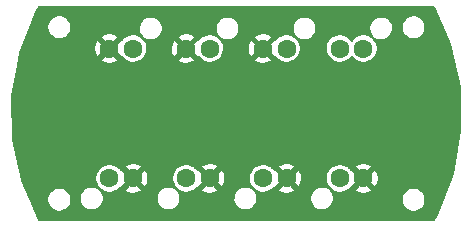
<source format=gtl>
G04 #@! TF.GenerationSoftware,KiCad,Pcbnew,no-vcs-found-d3b382c~59~ubuntu16.04.1*
G04 #@! TF.CreationDate,2017-07-28T01:41:28+01:00*
G04 #@! TF.ProjectId,m3top,6D33746F702E6B696361645F70636200,rev?*
G04 #@! TF.SameCoordinates,Original
G04 #@! TF.FileFunction,Copper,L1,Top,Signal*
G04 #@! TF.FilePolarity,Positive*
%FSLAX46Y46*%
G04 Gerber Fmt 4.6, Leading zero omitted, Abs format (unit mm)*
G04 Created by KiCad (PCBNEW no-vcs-found-d3b382c~59~ubuntu16.04.1) date Fri Jul 28 01:41:28 2017*
%MOMM*%
%LPD*%
G01*
G04 APERTURE LIST*
%ADD10C,1.600000*%
%ADD11C,0.800000*%
%ADD12C,0.200000*%
G04 APERTURE END LIST*
D10*
X108750000Y-105500000D03*
X110750000Y-105500000D03*
X102250000Y-94500000D03*
X104250000Y-94500000D03*
X110750000Y-94500000D03*
X108750000Y-94500000D03*
X102250000Y-105500000D03*
X104250000Y-105500000D03*
X97750000Y-105500000D03*
X95750000Y-105500000D03*
X89250000Y-105500000D03*
X91250000Y-105500000D03*
X89250000Y-94500000D03*
X91250000Y-94500000D03*
X97750000Y-94500000D03*
X95750000Y-94500000D03*
D11*
X86400000Y-91800000D03*
X83600000Y-91800000D03*
X86400000Y-108200000D03*
X83600000Y-108200000D03*
X113600000Y-108200000D03*
X116400000Y-108200000D03*
X116400000Y-91800000D03*
X113600000Y-91800000D03*
X105400000Y-96400000D03*
X107800000Y-96600000D03*
X103600000Y-97000000D03*
X94600000Y-103800000D03*
X107600000Y-104400000D03*
X101200000Y-103200000D03*
X107800000Y-92800000D03*
X99000000Y-97000000D03*
X92600000Y-98200000D03*
X97400000Y-98400000D03*
X92400000Y-103000000D03*
X94600000Y-100600000D03*
X83600000Y-93000000D03*
X86400000Y-93000000D03*
X86400000Y-107000000D03*
X83600000Y-107000000D03*
X116400000Y-107000000D03*
X113600000Y-107000000D03*
X116400000Y-93000000D03*
X113600000Y-93000000D03*
D12*
G36*
X118091428Y-94122614D02*
X118888470Y-97748526D01*
X118966056Y-101460197D01*
X118321231Y-105116242D01*
X116972262Y-108593641D01*
X116729612Y-109050000D01*
X83294487Y-109050000D01*
X82568938Y-107389083D01*
X83998685Y-107389083D01*
X84034087Y-107581971D01*
X84106280Y-107764310D01*
X84212514Y-107929154D01*
X84348744Y-108070223D01*
X84509780Y-108182146D01*
X84689488Y-108260659D01*
X84881023Y-108302770D01*
X85077090Y-108306877D01*
X85270221Y-108272823D01*
X85453059Y-108201905D01*
X85618641Y-108096824D01*
X85760658Y-107961583D01*
X85873702Y-107801332D01*
X85953468Y-107622176D01*
X85996916Y-107430940D01*
X85998966Y-107284083D01*
X86748685Y-107284083D01*
X86784087Y-107476971D01*
X86856280Y-107659310D01*
X86962514Y-107824154D01*
X87098744Y-107965223D01*
X87259780Y-108077146D01*
X87439488Y-108155659D01*
X87631023Y-108197770D01*
X87827090Y-108201877D01*
X88020221Y-108167823D01*
X88203059Y-108096905D01*
X88368641Y-107991824D01*
X88510658Y-107856583D01*
X88623702Y-107696332D01*
X88703468Y-107517176D01*
X88746916Y-107325940D01*
X88747500Y-107284083D01*
X93248685Y-107284083D01*
X93284087Y-107476971D01*
X93356280Y-107659310D01*
X93462514Y-107824154D01*
X93598744Y-107965223D01*
X93759780Y-108077146D01*
X93939488Y-108155659D01*
X94131023Y-108197770D01*
X94327090Y-108201877D01*
X94520221Y-108167823D01*
X94703059Y-108096905D01*
X94868641Y-107991824D01*
X95010658Y-107856583D01*
X95123702Y-107696332D01*
X95203468Y-107517176D01*
X95246916Y-107325940D01*
X95247500Y-107284083D01*
X99748685Y-107284083D01*
X99784087Y-107476971D01*
X99856280Y-107659310D01*
X99962514Y-107824154D01*
X100098744Y-107965223D01*
X100259780Y-108077146D01*
X100439488Y-108155659D01*
X100631023Y-108197770D01*
X100827090Y-108201877D01*
X101020221Y-108167823D01*
X101203059Y-108096905D01*
X101368641Y-107991824D01*
X101510658Y-107856583D01*
X101623702Y-107696332D01*
X101703468Y-107517176D01*
X101746916Y-107325940D01*
X101747500Y-107284083D01*
X106248685Y-107284083D01*
X106284087Y-107476971D01*
X106356280Y-107659310D01*
X106462514Y-107824154D01*
X106598744Y-107965223D01*
X106759780Y-108077146D01*
X106939488Y-108155659D01*
X107131023Y-108197770D01*
X107327090Y-108201877D01*
X107520221Y-108167823D01*
X107703059Y-108096905D01*
X107868641Y-107991824D01*
X108010658Y-107856583D01*
X108123702Y-107696332D01*
X108203468Y-107517176D01*
X108232570Y-107389083D01*
X113998685Y-107389083D01*
X114034087Y-107581971D01*
X114106280Y-107764310D01*
X114212514Y-107929154D01*
X114348744Y-108070223D01*
X114509780Y-108182146D01*
X114689488Y-108260659D01*
X114881023Y-108302770D01*
X115077090Y-108306877D01*
X115270221Y-108272823D01*
X115453059Y-108201905D01*
X115618641Y-108096824D01*
X115760658Y-107961583D01*
X115873702Y-107801332D01*
X115953468Y-107622176D01*
X115996916Y-107430940D01*
X116000043Y-107206945D01*
X115961952Y-107014570D01*
X115887220Y-106833257D01*
X115778694Y-106669912D01*
X115640508Y-106530758D01*
X115477926Y-106421095D01*
X115297139Y-106345099D01*
X115105034Y-106305666D01*
X114908929Y-106304297D01*
X114716292Y-106341044D01*
X114534462Y-106414508D01*
X114370364Y-106521891D01*
X114230249Y-106659102D01*
X114119453Y-106820915D01*
X114042197Y-107001167D01*
X114001423Y-107192992D01*
X113998685Y-107389083D01*
X108232570Y-107389083D01*
X108246916Y-107325940D01*
X108250043Y-107101945D01*
X108211952Y-106909570D01*
X108137220Y-106728257D01*
X108028694Y-106564912D01*
X107890508Y-106425758D01*
X107727926Y-106316095D01*
X107547139Y-106240099D01*
X107355034Y-106200666D01*
X107158929Y-106199297D01*
X106966292Y-106236044D01*
X106784462Y-106309508D01*
X106620364Y-106416891D01*
X106480249Y-106554102D01*
X106369453Y-106715915D01*
X106292197Y-106896167D01*
X106251423Y-107087992D01*
X106248685Y-107284083D01*
X101747500Y-107284083D01*
X101750043Y-107101945D01*
X101711952Y-106909570D01*
X101637220Y-106728257D01*
X101528694Y-106564912D01*
X101390508Y-106425758D01*
X101227926Y-106316095D01*
X101047139Y-106240099D01*
X100855034Y-106200666D01*
X100658929Y-106199297D01*
X100466292Y-106236044D01*
X100284462Y-106309508D01*
X100120364Y-106416891D01*
X99980249Y-106554102D01*
X99869453Y-106715915D01*
X99792197Y-106896167D01*
X99751423Y-107087992D01*
X99748685Y-107284083D01*
X95247500Y-107284083D01*
X95250043Y-107101945D01*
X95211952Y-106909570D01*
X95137220Y-106728257D01*
X95028694Y-106564912D01*
X94890508Y-106425758D01*
X94727926Y-106316095D01*
X94547139Y-106240099D01*
X94355034Y-106200666D01*
X94158929Y-106199297D01*
X93966292Y-106236044D01*
X93784462Y-106309508D01*
X93620364Y-106416891D01*
X93480249Y-106554102D01*
X93369453Y-106715915D01*
X93292197Y-106896167D01*
X93251423Y-107087992D01*
X93248685Y-107284083D01*
X88747500Y-107284083D01*
X88750043Y-107101945D01*
X88711952Y-106909570D01*
X88637220Y-106728257D01*
X88528694Y-106564912D01*
X88390508Y-106425758D01*
X88227926Y-106316095D01*
X88047139Y-106240099D01*
X87855034Y-106200666D01*
X87658929Y-106199297D01*
X87466292Y-106236044D01*
X87284462Y-106309508D01*
X87120364Y-106416891D01*
X86980249Y-106554102D01*
X86869453Y-106715915D01*
X86792197Y-106896167D01*
X86751423Y-107087992D01*
X86748685Y-107284083D01*
X85998966Y-107284083D01*
X86000043Y-107206945D01*
X85961952Y-107014570D01*
X85887220Y-106833257D01*
X85778694Y-106669912D01*
X85640508Y-106530758D01*
X85477926Y-106421095D01*
X85297139Y-106345099D01*
X85105034Y-106305666D01*
X84908929Y-106304297D01*
X84716292Y-106341044D01*
X84534462Y-106414508D01*
X84370364Y-106521891D01*
X84230249Y-106659102D01*
X84119453Y-106820915D01*
X84042197Y-107001167D01*
X84001423Y-107192992D01*
X83998685Y-107389083D01*
X82568938Y-107389083D01*
X81908572Y-105877386D01*
X81847796Y-105600899D01*
X88048423Y-105600899D01*
X88090905Y-105832365D01*
X88177536Y-106051171D01*
X88305018Y-106248984D01*
X88468493Y-106418267D01*
X88661736Y-106552575D01*
X88877385Y-106646790D01*
X89107228Y-106697324D01*
X89342508Y-106702252D01*
X89574265Y-106661387D01*
X89793671Y-106576285D01*
X89992368Y-106450188D01*
X90008733Y-106434603D01*
X90527529Y-106434603D01*
X90608613Y-106637988D01*
X90842948Y-106741250D01*
X91092925Y-106796812D01*
X91348939Y-106802538D01*
X91601150Y-106758208D01*
X91839867Y-106665526D01*
X91891387Y-106637988D01*
X91972471Y-106434603D01*
X91250000Y-105712132D01*
X90527529Y-106434603D01*
X90008733Y-106434603D01*
X90162789Y-106287898D01*
X90232310Y-106189346D01*
X90315397Y-106222471D01*
X91037868Y-105500000D01*
X91462132Y-105500000D01*
X92184603Y-106222471D01*
X92387988Y-106141387D01*
X92491250Y-105907052D01*
X92546812Y-105657075D01*
X92548068Y-105600899D01*
X94548423Y-105600899D01*
X94590905Y-105832365D01*
X94677536Y-106051171D01*
X94805018Y-106248984D01*
X94968493Y-106418267D01*
X95161736Y-106552575D01*
X95377385Y-106646790D01*
X95607228Y-106697324D01*
X95842508Y-106702252D01*
X96074265Y-106661387D01*
X96293671Y-106576285D01*
X96492368Y-106450188D01*
X96508733Y-106434603D01*
X97027529Y-106434603D01*
X97108613Y-106637988D01*
X97342948Y-106741250D01*
X97592925Y-106796812D01*
X97848939Y-106802538D01*
X98101150Y-106758208D01*
X98339867Y-106665526D01*
X98391387Y-106637988D01*
X98472471Y-106434603D01*
X97750000Y-105712132D01*
X97027529Y-106434603D01*
X96508733Y-106434603D01*
X96662789Y-106287898D01*
X96732310Y-106189346D01*
X96815397Y-106222471D01*
X97537868Y-105500000D01*
X97962132Y-105500000D01*
X98684603Y-106222471D01*
X98887988Y-106141387D01*
X98991250Y-105907052D01*
X99046812Y-105657075D01*
X99048068Y-105600899D01*
X101048423Y-105600899D01*
X101090905Y-105832365D01*
X101177536Y-106051171D01*
X101305018Y-106248984D01*
X101468493Y-106418267D01*
X101661736Y-106552575D01*
X101877385Y-106646790D01*
X102107228Y-106697324D01*
X102342508Y-106702252D01*
X102574265Y-106661387D01*
X102793671Y-106576285D01*
X102992368Y-106450188D01*
X103008733Y-106434603D01*
X103527529Y-106434603D01*
X103608613Y-106637988D01*
X103842948Y-106741250D01*
X104092925Y-106796812D01*
X104348939Y-106802538D01*
X104601150Y-106758208D01*
X104839867Y-106665526D01*
X104891387Y-106637988D01*
X104972471Y-106434603D01*
X104250000Y-105712132D01*
X103527529Y-106434603D01*
X103008733Y-106434603D01*
X103162789Y-106287898D01*
X103232310Y-106189346D01*
X103315397Y-106222471D01*
X104037868Y-105500000D01*
X104462132Y-105500000D01*
X105184603Y-106222471D01*
X105387988Y-106141387D01*
X105491250Y-105907052D01*
X105546812Y-105657075D01*
X105548068Y-105600899D01*
X107548423Y-105600899D01*
X107590905Y-105832365D01*
X107677536Y-106051171D01*
X107805018Y-106248984D01*
X107968493Y-106418267D01*
X108161736Y-106552575D01*
X108377385Y-106646790D01*
X108607228Y-106697324D01*
X108842508Y-106702252D01*
X109074265Y-106661387D01*
X109293671Y-106576285D01*
X109492368Y-106450188D01*
X109508733Y-106434603D01*
X110027529Y-106434603D01*
X110108613Y-106637988D01*
X110342948Y-106741250D01*
X110592925Y-106796812D01*
X110848939Y-106802538D01*
X111101150Y-106758208D01*
X111339867Y-106665526D01*
X111391387Y-106637988D01*
X111472471Y-106434603D01*
X110750000Y-105712132D01*
X110027529Y-106434603D01*
X109508733Y-106434603D01*
X109662789Y-106287898D01*
X109732310Y-106189346D01*
X109815397Y-106222471D01*
X110537868Y-105500000D01*
X110962132Y-105500000D01*
X111684603Y-106222471D01*
X111887988Y-106141387D01*
X111991250Y-105907052D01*
X112046812Y-105657075D01*
X112052538Y-105401061D01*
X112008208Y-105148850D01*
X111915526Y-104910133D01*
X111887988Y-104858613D01*
X111684603Y-104777529D01*
X110962132Y-105500000D01*
X110537868Y-105500000D01*
X109815397Y-104777529D01*
X109732677Y-104810507D01*
X109684433Y-104737895D01*
X109518610Y-104570911D01*
X109510436Y-104565397D01*
X110027529Y-104565397D01*
X110750000Y-105287868D01*
X111472471Y-104565397D01*
X111391387Y-104362012D01*
X111157052Y-104258750D01*
X110907075Y-104203188D01*
X110651061Y-104197462D01*
X110398850Y-104241792D01*
X110160133Y-104334474D01*
X110108613Y-104362012D01*
X110027529Y-104565397D01*
X109510436Y-104565397D01*
X109323511Y-104439314D01*
X109106567Y-104348120D01*
X108876041Y-104300800D01*
X108640715Y-104299157D01*
X108409551Y-104343253D01*
X108191355Y-104431410D01*
X107994437Y-104560270D01*
X107826299Y-104724923D01*
X107693344Y-104919099D01*
X107600637Y-105135401D01*
X107551709Y-105365590D01*
X107548423Y-105600899D01*
X105548068Y-105600899D01*
X105552538Y-105401061D01*
X105508208Y-105148850D01*
X105415526Y-104910133D01*
X105387988Y-104858613D01*
X105184603Y-104777529D01*
X104462132Y-105500000D01*
X104037868Y-105500000D01*
X103315397Y-104777529D01*
X103232677Y-104810507D01*
X103184433Y-104737895D01*
X103018610Y-104570911D01*
X103010436Y-104565397D01*
X103527529Y-104565397D01*
X104250000Y-105287868D01*
X104972471Y-104565397D01*
X104891387Y-104362012D01*
X104657052Y-104258750D01*
X104407075Y-104203188D01*
X104151061Y-104197462D01*
X103898850Y-104241792D01*
X103660133Y-104334474D01*
X103608613Y-104362012D01*
X103527529Y-104565397D01*
X103010436Y-104565397D01*
X102823511Y-104439314D01*
X102606567Y-104348120D01*
X102376041Y-104300800D01*
X102140715Y-104299157D01*
X101909551Y-104343253D01*
X101691355Y-104431410D01*
X101494437Y-104560270D01*
X101326299Y-104724923D01*
X101193344Y-104919099D01*
X101100637Y-105135401D01*
X101051709Y-105365590D01*
X101048423Y-105600899D01*
X99048068Y-105600899D01*
X99052538Y-105401061D01*
X99008208Y-105148850D01*
X98915526Y-104910133D01*
X98887988Y-104858613D01*
X98684603Y-104777529D01*
X97962132Y-105500000D01*
X97537868Y-105500000D01*
X96815397Y-104777529D01*
X96732677Y-104810507D01*
X96684433Y-104737895D01*
X96518610Y-104570911D01*
X96510436Y-104565397D01*
X97027529Y-104565397D01*
X97750000Y-105287868D01*
X98472471Y-104565397D01*
X98391387Y-104362012D01*
X98157052Y-104258750D01*
X97907075Y-104203188D01*
X97651061Y-104197462D01*
X97398850Y-104241792D01*
X97160133Y-104334474D01*
X97108613Y-104362012D01*
X97027529Y-104565397D01*
X96510436Y-104565397D01*
X96323511Y-104439314D01*
X96106567Y-104348120D01*
X95876041Y-104300800D01*
X95640715Y-104299157D01*
X95409551Y-104343253D01*
X95191355Y-104431410D01*
X94994437Y-104560270D01*
X94826299Y-104724923D01*
X94693344Y-104919099D01*
X94600637Y-105135401D01*
X94551709Y-105365590D01*
X94548423Y-105600899D01*
X92548068Y-105600899D01*
X92552538Y-105401061D01*
X92508208Y-105148850D01*
X92415526Y-104910133D01*
X92387988Y-104858613D01*
X92184603Y-104777529D01*
X91462132Y-105500000D01*
X91037868Y-105500000D01*
X90315397Y-104777529D01*
X90232677Y-104810507D01*
X90184433Y-104737895D01*
X90018610Y-104570911D01*
X90010436Y-104565397D01*
X90527529Y-104565397D01*
X91250000Y-105287868D01*
X91972471Y-104565397D01*
X91891387Y-104362012D01*
X91657052Y-104258750D01*
X91407075Y-104203188D01*
X91151061Y-104197462D01*
X90898850Y-104241792D01*
X90660133Y-104334474D01*
X90608613Y-104362012D01*
X90527529Y-104565397D01*
X90010436Y-104565397D01*
X89823511Y-104439314D01*
X89606567Y-104348120D01*
X89376041Y-104300800D01*
X89140715Y-104299157D01*
X88909551Y-104343253D01*
X88691355Y-104431410D01*
X88494437Y-104560270D01*
X88326299Y-104724923D01*
X88193344Y-104919099D01*
X88100637Y-105135401D01*
X88051709Y-105365590D01*
X88048423Y-105600899D01*
X81847796Y-105600899D01*
X81111530Y-102251473D01*
X81033944Y-98539803D01*
X81581614Y-95434603D01*
X88527529Y-95434603D01*
X88608613Y-95637988D01*
X88842948Y-95741250D01*
X89092925Y-95796812D01*
X89348939Y-95802538D01*
X89601150Y-95758208D01*
X89839867Y-95665526D01*
X89891387Y-95637988D01*
X89972471Y-95434603D01*
X89250000Y-94712132D01*
X88527529Y-95434603D01*
X81581614Y-95434603D01*
X81678769Y-94883755D01*
X81789256Y-94598939D01*
X87947462Y-94598939D01*
X87991792Y-94851150D01*
X88084474Y-95089867D01*
X88112012Y-95141387D01*
X88315397Y-95222471D01*
X89037868Y-94500000D01*
X89462132Y-94500000D01*
X90184603Y-95222471D01*
X90266810Y-95189697D01*
X90305018Y-95248984D01*
X90468493Y-95418267D01*
X90661736Y-95552575D01*
X90877385Y-95646790D01*
X91107228Y-95697324D01*
X91342508Y-95702252D01*
X91574265Y-95661387D01*
X91793671Y-95576285D01*
X91992368Y-95450188D01*
X92008733Y-95434603D01*
X95027529Y-95434603D01*
X95108613Y-95637988D01*
X95342948Y-95741250D01*
X95592925Y-95796812D01*
X95848939Y-95802538D01*
X96101150Y-95758208D01*
X96339867Y-95665526D01*
X96391387Y-95637988D01*
X96472471Y-95434603D01*
X95750000Y-94712132D01*
X95027529Y-95434603D01*
X92008733Y-95434603D01*
X92162789Y-95287898D01*
X92298442Y-95095598D01*
X92394160Y-94880612D01*
X92446298Y-94651128D01*
X92447026Y-94598939D01*
X94447462Y-94598939D01*
X94491792Y-94851150D01*
X94584474Y-95089867D01*
X94612012Y-95141387D01*
X94815397Y-95222471D01*
X95537868Y-94500000D01*
X95962132Y-94500000D01*
X96684603Y-95222471D01*
X96766810Y-95189697D01*
X96805018Y-95248984D01*
X96968493Y-95418267D01*
X97161736Y-95552575D01*
X97377385Y-95646790D01*
X97607228Y-95697324D01*
X97842508Y-95702252D01*
X98074265Y-95661387D01*
X98293671Y-95576285D01*
X98492368Y-95450188D01*
X98508733Y-95434603D01*
X101527529Y-95434603D01*
X101608613Y-95637988D01*
X101842948Y-95741250D01*
X102092925Y-95796812D01*
X102348939Y-95802538D01*
X102601150Y-95758208D01*
X102839867Y-95665526D01*
X102891387Y-95637988D01*
X102972471Y-95434603D01*
X102250000Y-94712132D01*
X101527529Y-95434603D01*
X98508733Y-95434603D01*
X98662789Y-95287898D01*
X98798442Y-95095598D01*
X98894160Y-94880612D01*
X98946298Y-94651128D01*
X98947026Y-94598939D01*
X100947462Y-94598939D01*
X100991792Y-94851150D01*
X101084474Y-95089867D01*
X101112012Y-95141387D01*
X101315397Y-95222471D01*
X102037868Y-94500000D01*
X102462132Y-94500000D01*
X103184603Y-95222471D01*
X103266810Y-95189697D01*
X103305018Y-95248984D01*
X103468493Y-95418267D01*
X103661736Y-95552575D01*
X103877385Y-95646790D01*
X104107228Y-95697324D01*
X104342508Y-95702252D01*
X104574265Y-95661387D01*
X104793671Y-95576285D01*
X104992368Y-95450188D01*
X105162789Y-95287898D01*
X105298442Y-95095598D01*
X105394160Y-94880612D01*
X105446298Y-94651128D01*
X105446999Y-94600899D01*
X107548423Y-94600899D01*
X107590905Y-94832365D01*
X107677536Y-95051171D01*
X107805018Y-95248984D01*
X107968493Y-95418267D01*
X108161736Y-95552575D01*
X108377385Y-95646790D01*
X108607228Y-95697324D01*
X108842508Y-95702252D01*
X109074265Y-95661387D01*
X109293671Y-95576285D01*
X109492368Y-95450188D01*
X109662789Y-95287898D01*
X109750221Y-95163956D01*
X109805018Y-95248984D01*
X109968493Y-95418267D01*
X110161736Y-95552575D01*
X110377385Y-95646790D01*
X110607228Y-95697324D01*
X110842508Y-95702252D01*
X111074265Y-95661387D01*
X111293671Y-95576285D01*
X111492368Y-95450188D01*
X111662789Y-95287898D01*
X111798442Y-95095598D01*
X111894160Y-94880612D01*
X111946298Y-94651128D01*
X111950051Y-94382334D01*
X111904342Y-94151484D01*
X111814664Y-93933908D01*
X111684433Y-93737895D01*
X111518610Y-93570911D01*
X111323511Y-93439314D01*
X111106567Y-93348120D01*
X110876041Y-93300800D01*
X110640715Y-93299157D01*
X110409551Y-93343253D01*
X110191355Y-93431410D01*
X109994437Y-93560270D01*
X109826299Y-93724923D01*
X109749924Y-93836466D01*
X109684433Y-93737895D01*
X109518610Y-93570911D01*
X109323511Y-93439314D01*
X109106567Y-93348120D01*
X108876041Y-93300800D01*
X108640715Y-93299157D01*
X108409551Y-93343253D01*
X108191355Y-93431410D01*
X107994437Y-93560270D01*
X107826299Y-93724923D01*
X107693344Y-93919099D01*
X107600637Y-94135401D01*
X107551709Y-94365590D01*
X107548423Y-94600899D01*
X105446999Y-94600899D01*
X105450051Y-94382334D01*
X105404342Y-94151484D01*
X105314664Y-93933908D01*
X105184433Y-93737895D01*
X105018610Y-93570911D01*
X104823511Y-93439314D01*
X104606567Y-93348120D01*
X104376041Y-93300800D01*
X104140715Y-93299157D01*
X103909551Y-93343253D01*
X103691355Y-93431410D01*
X103494437Y-93560270D01*
X103326299Y-93724923D01*
X103267618Y-93810625D01*
X103184603Y-93777529D01*
X102462132Y-94500000D01*
X102037868Y-94500000D01*
X101315397Y-93777529D01*
X101112012Y-93858613D01*
X101008750Y-94092948D01*
X100953188Y-94342925D01*
X100947462Y-94598939D01*
X98947026Y-94598939D01*
X98950051Y-94382334D01*
X98904342Y-94151484D01*
X98814664Y-93933908D01*
X98684433Y-93737895D01*
X98518610Y-93570911D01*
X98323511Y-93439314D01*
X98106567Y-93348120D01*
X97876041Y-93300800D01*
X97640715Y-93299157D01*
X97409551Y-93343253D01*
X97191355Y-93431410D01*
X96994437Y-93560270D01*
X96826299Y-93724923D01*
X96767618Y-93810625D01*
X96684603Y-93777529D01*
X95962132Y-94500000D01*
X95537868Y-94500000D01*
X94815397Y-93777529D01*
X94612012Y-93858613D01*
X94508750Y-94092948D01*
X94453188Y-94342925D01*
X94447462Y-94598939D01*
X92447026Y-94598939D01*
X92450051Y-94382334D01*
X92404342Y-94151484D01*
X92314664Y-93933908D01*
X92184433Y-93737895D01*
X92018610Y-93570911D01*
X91823511Y-93439314D01*
X91606567Y-93348120D01*
X91376041Y-93300800D01*
X91140715Y-93299157D01*
X90909551Y-93343253D01*
X90691355Y-93431410D01*
X90494437Y-93560270D01*
X90326299Y-93724923D01*
X90267618Y-93810625D01*
X90184603Y-93777529D01*
X89462132Y-94500000D01*
X89037868Y-94500000D01*
X88315397Y-93777529D01*
X88112012Y-93858613D01*
X88008750Y-94092948D01*
X87953188Y-94342925D01*
X87947462Y-94598939D01*
X81789256Y-94598939D01*
X82495223Y-92779083D01*
X83998685Y-92779083D01*
X84034087Y-92971971D01*
X84106280Y-93154310D01*
X84212514Y-93319154D01*
X84348744Y-93460223D01*
X84509780Y-93572146D01*
X84689488Y-93650659D01*
X84881023Y-93692770D01*
X85077090Y-93696877D01*
X85270221Y-93662823D01*
X85453059Y-93591905D01*
X85494829Y-93565397D01*
X88527529Y-93565397D01*
X89250000Y-94287868D01*
X89972471Y-93565397D01*
X89891387Y-93362012D01*
X89657052Y-93258750D01*
X89407075Y-93203188D01*
X89151061Y-93197462D01*
X88898850Y-93241792D01*
X88660133Y-93334474D01*
X88608613Y-93362012D01*
X88527529Y-93565397D01*
X85494829Y-93565397D01*
X85618641Y-93486824D01*
X85760658Y-93351583D01*
X85873702Y-93191332D01*
X85953468Y-93012176D01*
X85982570Y-92884083D01*
X91748685Y-92884083D01*
X91784087Y-93076971D01*
X91856280Y-93259310D01*
X91962514Y-93424154D01*
X92098744Y-93565223D01*
X92259780Y-93677146D01*
X92439488Y-93755659D01*
X92631023Y-93797770D01*
X92827090Y-93801877D01*
X93020221Y-93767823D01*
X93203059Y-93696905D01*
X93368641Y-93591824D01*
X93396392Y-93565397D01*
X95027529Y-93565397D01*
X95750000Y-94287868D01*
X96472471Y-93565397D01*
X96391387Y-93362012D01*
X96157052Y-93258750D01*
X95907075Y-93203188D01*
X95651061Y-93197462D01*
X95398850Y-93241792D01*
X95160133Y-93334474D01*
X95108613Y-93362012D01*
X95027529Y-93565397D01*
X93396392Y-93565397D01*
X93510658Y-93456583D01*
X93623702Y-93296332D01*
X93703468Y-93117176D01*
X93746916Y-92925940D01*
X93747500Y-92884083D01*
X98248685Y-92884083D01*
X98284087Y-93076971D01*
X98356280Y-93259310D01*
X98462514Y-93424154D01*
X98598744Y-93565223D01*
X98759780Y-93677146D01*
X98939488Y-93755659D01*
X99131023Y-93797770D01*
X99327090Y-93801877D01*
X99520221Y-93767823D01*
X99703059Y-93696905D01*
X99868641Y-93591824D01*
X99896392Y-93565397D01*
X101527529Y-93565397D01*
X102250000Y-94287868D01*
X102972471Y-93565397D01*
X102891387Y-93362012D01*
X102657052Y-93258750D01*
X102407075Y-93203188D01*
X102151061Y-93197462D01*
X101898850Y-93241792D01*
X101660133Y-93334474D01*
X101608613Y-93362012D01*
X101527529Y-93565397D01*
X99896392Y-93565397D01*
X100010658Y-93456583D01*
X100123702Y-93296332D01*
X100203468Y-93117176D01*
X100246916Y-92925940D01*
X100247500Y-92884083D01*
X104748685Y-92884083D01*
X104784087Y-93076971D01*
X104856280Y-93259310D01*
X104962514Y-93424154D01*
X105098744Y-93565223D01*
X105259780Y-93677146D01*
X105439488Y-93755659D01*
X105631023Y-93797770D01*
X105827090Y-93801877D01*
X106020221Y-93767823D01*
X106203059Y-93696905D01*
X106368641Y-93591824D01*
X106510658Y-93456583D01*
X106623702Y-93296332D01*
X106703468Y-93117176D01*
X106746916Y-92925940D01*
X106747500Y-92884083D01*
X111248685Y-92884083D01*
X111284087Y-93076971D01*
X111356280Y-93259310D01*
X111462514Y-93424154D01*
X111598744Y-93565223D01*
X111759780Y-93677146D01*
X111939488Y-93755659D01*
X112131023Y-93797770D01*
X112327090Y-93801877D01*
X112520221Y-93767823D01*
X112703059Y-93696905D01*
X112868641Y-93591824D01*
X113010658Y-93456583D01*
X113123702Y-93296332D01*
X113203468Y-93117176D01*
X113246916Y-92925940D01*
X113248966Y-92779083D01*
X113998685Y-92779083D01*
X114034087Y-92971971D01*
X114106280Y-93154310D01*
X114212514Y-93319154D01*
X114348744Y-93460223D01*
X114509780Y-93572146D01*
X114689488Y-93650659D01*
X114881023Y-93692770D01*
X115077090Y-93696877D01*
X115270221Y-93662823D01*
X115453059Y-93591905D01*
X115618641Y-93486824D01*
X115760658Y-93351583D01*
X115873702Y-93191332D01*
X115953468Y-93012176D01*
X115996916Y-92820940D01*
X116000043Y-92596945D01*
X115961952Y-92404570D01*
X115887220Y-92223257D01*
X115778694Y-92059912D01*
X115640508Y-91920758D01*
X115477926Y-91811095D01*
X115297139Y-91735099D01*
X115105034Y-91695666D01*
X114908929Y-91694297D01*
X114716292Y-91731044D01*
X114534462Y-91804508D01*
X114370364Y-91911891D01*
X114230249Y-92049102D01*
X114119453Y-92210915D01*
X114042197Y-92391167D01*
X114001423Y-92582992D01*
X113998685Y-92779083D01*
X113248966Y-92779083D01*
X113250043Y-92701945D01*
X113211952Y-92509570D01*
X113137220Y-92328257D01*
X113028694Y-92164912D01*
X112890508Y-92025758D01*
X112727926Y-91916095D01*
X112547139Y-91840099D01*
X112355034Y-91800666D01*
X112158929Y-91799297D01*
X111966292Y-91836044D01*
X111784462Y-91909508D01*
X111620364Y-92016891D01*
X111480249Y-92154102D01*
X111369453Y-92315915D01*
X111292197Y-92496167D01*
X111251423Y-92687992D01*
X111248685Y-92884083D01*
X106747500Y-92884083D01*
X106750043Y-92701945D01*
X106711952Y-92509570D01*
X106637220Y-92328257D01*
X106528694Y-92164912D01*
X106390508Y-92025758D01*
X106227926Y-91916095D01*
X106047139Y-91840099D01*
X105855034Y-91800666D01*
X105658929Y-91799297D01*
X105466292Y-91836044D01*
X105284462Y-91909508D01*
X105120364Y-92016891D01*
X104980249Y-92154102D01*
X104869453Y-92315915D01*
X104792197Y-92496167D01*
X104751423Y-92687992D01*
X104748685Y-92884083D01*
X100247500Y-92884083D01*
X100250043Y-92701945D01*
X100211952Y-92509570D01*
X100137220Y-92328257D01*
X100028694Y-92164912D01*
X99890508Y-92025758D01*
X99727926Y-91916095D01*
X99547139Y-91840099D01*
X99355034Y-91800666D01*
X99158929Y-91799297D01*
X98966292Y-91836044D01*
X98784462Y-91909508D01*
X98620364Y-92016891D01*
X98480249Y-92154102D01*
X98369453Y-92315915D01*
X98292197Y-92496167D01*
X98251423Y-92687992D01*
X98248685Y-92884083D01*
X93747500Y-92884083D01*
X93750043Y-92701945D01*
X93711952Y-92509570D01*
X93637220Y-92328257D01*
X93528694Y-92164912D01*
X93390508Y-92025758D01*
X93227926Y-91916095D01*
X93047139Y-91840099D01*
X92855034Y-91800666D01*
X92658929Y-91799297D01*
X92466292Y-91836044D01*
X92284462Y-91909508D01*
X92120364Y-92016891D01*
X91980249Y-92154102D01*
X91869453Y-92315915D01*
X91792197Y-92496167D01*
X91751423Y-92687992D01*
X91748685Y-92884083D01*
X85982570Y-92884083D01*
X85996916Y-92820940D01*
X86000043Y-92596945D01*
X85961952Y-92404570D01*
X85887220Y-92223257D01*
X85778694Y-92059912D01*
X85640508Y-91920758D01*
X85477926Y-91811095D01*
X85297139Y-91735099D01*
X85105034Y-91695666D01*
X84908929Y-91694297D01*
X84716292Y-91731044D01*
X84534462Y-91804508D01*
X84370364Y-91911891D01*
X84230249Y-92049102D01*
X84119453Y-92210915D01*
X84042197Y-92391167D01*
X84001423Y-92582992D01*
X83998685Y-92779083D01*
X82495223Y-92779083D01*
X83027739Y-91406355D01*
X83270388Y-90950000D01*
X116705513Y-90950000D01*
X118091428Y-94122614D01*
X118091428Y-94122614D01*
G37*
X118091428Y-94122614D02*
X118888470Y-97748526D01*
X118966056Y-101460197D01*
X118321231Y-105116242D01*
X116972262Y-108593641D01*
X116729612Y-109050000D01*
X83294487Y-109050000D01*
X82568938Y-107389083D01*
X83998685Y-107389083D01*
X84034087Y-107581971D01*
X84106280Y-107764310D01*
X84212514Y-107929154D01*
X84348744Y-108070223D01*
X84509780Y-108182146D01*
X84689488Y-108260659D01*
X84881023Y-108302770D01*
X85077090Y-108306877D01*
X85270221Y-108272823D01*
X85453059Y-108201905D01*
X85618641Y-108096824D01*
X85760658Y-107961583D01*
X85873702Y-107801332D01*
X85953468Y-107622176D01*
X85996916Y-107430940D01*
X85998966Y-107284083D01*
X86748685Y-107284083D01*
X86784087Y-107476971D01*
X86856280Y-107659310D01*
X86962514Y-107824154D01*
X87098744Y-107965223D01*
X87259780Y-108077146D01*
X87439488Y-108155659D01*
X87631023Y-108197770D01*
X87827090Y-108201877D01*
X88020221Y-108167823D01*
X88203059Y-108096905D01*
X88368641Y-107991824D01*
X88510658Y-107856583D01*
X88623702Y-107696332D01*
X88703468Y-107517176D01*
X88746916Y-107325940D01*
X88747500Y-107284083D01*
X93248685Y-107284083D01*
X93284087Y-107476971D01*
X93356280Y-107659310D01*
X93462514Y-107824154D01*
X93598744Y-107965223D01*
X93759780Y-108077146D01*
X93939488Y-108155659D01*
X94131023Y-108197770D01*
X94327090Y-108201877D01*
X94520221Y-108167823D01*
X94703059Y-108096905D01*
X94868641Y-107991824D01*
X95010658Y-107856583D01*
X95123702Y-107696332D01*
X95203468Y-107517176D01*
X95246916Y-107325940D01*
X95247500Y-107284083D01*
X99748685Y-107284083D01*
X99784087Y-107476971D01*
X99856280Y-107659310D01*
X99962514Y-107824154D01*
X100098744Y-107965223D01*
X100259780Y-108077146D01*
X100439488Y-108155659D01*
X100631023Y-108197770D01*
X100827090Y-108201877D01*
X101020221Y-108167823D01*
X101203059Y-108096905D01*
X101368641Y-107991824D01*
X101510658Y-107856583D01*
X101623702Y-107696332D01*
X101703468Y-107517176D01*
X101746916Y-107325940D01*
X101747500Y-107284083D01*
X106248685Y-107284083D01*
X106284087Y-107476971D01*
X106356280Y-107659310D01*
X106462514Y-107824154D01*
X106598744Y-107965223D01*
X106759780Y-108077146D01*
X106939488Y-108155659D01*
X107131023Y-108197770D01*
X107327090Y-108201877D01*
X107520221Y-108167823D01*
X107703059Y-108096905D01*
X107868641Y-107991824D01*
X108010658Y-107856583D01*
X108123702Y-107696332D01*
X108203468Y-107517176D01*
X108232570Y-107389083D01*
X113998685Y-107389083D01*
X114034087Y-107581971D01*
X114106280Y-107764310D01*
X114212514Y-107929154D01*
X114348744Y-108070223D01*
X114509780Y-108182146D01*
X114689488Y-108260659D01*
X114881023Y-108302770D01*
X115077090Y-108306877D01*
X115270221Y-108272823D01*
X115453059Y-108201905D01*
X115618641Y-108096824D01*
X115760658Y-107961583D01*
X115873702Y-107801332D01*
X115953468Y-107622176D01*
X115996916Y-107430940D01*
X116000043Y-107206945D01*
X115961952Y-107014570D01*
X115887220Y-106833257D01*
X115778694Y-106669912D01*
X115640508Y-106530758D01*
X115477926Y-106421095D01*
X115297139Y-106345099D01*
X115105034Y-106305666D01*
X114908929Y-106304297D01*
X114716292Y-106341044D01*
X114534462Y-106414508D01*
X114370364Y-106521891D01*
X114230249Y-106659102D01*
X114119453Y-106820915D01*
X114042197Y-107001167D01*
X114001423Y-107192992D01*
X113998685Y-107389083D01*
X108232570Y-107389083D01*
X108246916Y-107325940D01*
X108250043Y-107101945D01*
X108211952Y-106909570D01*
X108137220Y-106728257D01*
X108028694Y-106564912D01*
X107890508Y-106425758D01*
X107727926Y-106316095D01*
X107547139Y-106240099D01*
X107355034Y-106200666D01*
X107158929Y-106199297D01*
X106966292Y-106236044D01*
X106784462Y-106309508D01*
X106620364Y-106416891D01*
X106480249Y-106554102D01*
X106369453Y-106715915D01*
X106292197Y-106896167D01*
X106251423Y-107087992D01*
X106248685Y-107284083D01*
X101747500Y-107284083D01*
X101750043Y-107101945D01*
X101711952Y-106909570D01*
X101637220Y-106728257D01*
X101528694Y-106564912D01*
X101390508Y-106425758D01*
X101227926Y-106316095D01*
X101047139Y-106240099D01*
X100855034Y-106200666D01*
X100658929Y-106199297D01*
X100466292Y-106236044D01*
X100284462Y-106309508D01*
X100120364Y-106416891D01*
X99980249Y-106554102D01*
X99869453Y-106715915D01*
X99792197Y-106896167D01*
X99751423Y-107087992D01*
X99748685Y-107284083D01*
X95247500Y-107284083D01*
X95250043Y-107101945D01*
X95211952Y-106909570D01*
X95137220Y-106728257D01*
X95028694Y-106564912D01*
X94890508Y-106425758D01*
X94727926Y-106316095D01*
X94547139Y-106240099D01*
X94355034Y-106200666D01*
X94158929Y-106199297D01*
X93966292Y-106236044D01*
X93784462Y-106309508D01*
X93620364Y-106416891D01*
X93480249Y-106554102D01*
X93369453Y-106715915D01*
X93292197Y-106896167D01*
X93251423Y-107087992D01*
X93248685Y-107284083D01*
X88747500Y-107284083D01*
X88750043Y-107101945D01*
X88711952Y-106909570D01*
X88637220Y-106728257D01*
X88528694Y-106564912D01*
X88390508Y-106425758D01*
X88227926Y-106316095D01*
X88047139Y-106240099D01*
X87855034Y-106200666D01*
X87658929Y-106199297D01*
X87466292Y-106236044D01*
X87284462Y-106309508D01*
X87120364Y-106416891D01*
X86980249Y-106554102D01*
X86869453Y-106715915D01*
X86792197Y-106896167D01*
X86751423Y-107087992D01*
X86748685Y-107284083D01*
X85998966Y-107284083D01*
X86000043Y-107206945D01*
X85961952Y-107014570D01*
X85887220Y-106833257D01*
X85778694Y-106669912D01*
X85640508Y-106530758D01*
X85477926Y-106421095D01*
X85297139Y-106345099D01*
X85105034Y-106305666D01*
X84908929Y-106304297D01*
X84716292Y-106341044D01*
X84534462Y-106414508D01*
X84370364Y-106521891D01*
X84230249Y-106659102D01*
X84119453Y-106820915D01*
X84042197Y-107001167D01*
X84001423Y-107192992D01*
X83998685Y-107389083D01*
X82568938Y-107389083D01*
X81908572Y-105877386D01*
X81847796Y-105600899D01*
X88048423Y-105600899D01*
X88090905Y-105832365D01*
X88177536Y-106051171D01*
X88305018Y-106248984D01*
X88468493Y-106418267D01*
X88661736Y-106552575D01*
X88877385Y-106646790D01*
X89107228Y-106697324D01*
X89342508Y-106702252D01*
X89574265Y-106661387D01*
X89793671Y-106576285D01*
X89992368Y-106450188D01*
X90008733Y-106434603D01*
X90527529Y-106434603D01*
X90608613Y-106637988D01*
X90842948Y-106741250D01*
X91092925Y-106796812D01*
X91348939Y-106802538D01*
X91601150Y-106758208D01*
X91839867Y-106665526D01*
X91891387Y-106637988D01*
X91972471Y-106434603D01*
X91250000Y-105712132D01*
X90527529Y-106434603D01*
X90008733Y-106434603D01*
X90162789Y-106287898D01*
X90232310Y-106189346D01*
X90315397Y-106222471D01*
X91037868Y-105500000D01*
X91462132Y-105500000D01*
X92184603Y-106222471D01*
X92387988Y-106141387D01*
X92491250Y-105907052D01*
X92546812Y-105657075D01*
X92548068Y-105600899D01*
X94548423Y-105600899D01*
X94590905Y-105832365D01*
X94677536Y-106051171D01*
X94805018Y-106248984D01*
X94968493Y-106418267D01*
X95161736Y-106552575D01*
X95377385Y-106646790D01*
X95607228Y-106697324D01*
X95842508Y-106702252D01*
X96074265Y-106661387D01*
X96293671Y-106576285D01*
X96492368Y-106450188D01*
X96508733Y-106434603D01*
X97027529Y-106434603D01*
X97108613Y-106637988D01*
X97342948Y-106741250D01*
X97592925Y-106796812D01*
X97848939Y-106802538D01*
X98101150Y-106758208D01*
X98339867Y-106665526D01*
X98391387Y-106637988D01*
X98472471Y-106434603D01*
X97750000Y-105712132D01*
X97027529Y-106434603D01*
X96508733Y-106434603D01*
X96662789Y-106287898D01*
X96732310Y-106189346D01*
X96815397Y-106222471D01*
X97537868Y-105500000D01*
X97962132Y-105500000D01*
X98684603Y-106222471D01*
X98887988Y-106141387D01*
X98991250Y-105907052D01*
X99046812Y-105657075D01*
X99048068Y-105600899D01*
X101048423Y-105600899D01*
X101090905Y-105832365D01*
X101177536Y-106051171D01*
X101305018Y-106248984D01*
X101468493Y-106418267D01*
X101661736Y-106552575D01*
X101877385Y-106646790D01*
X102107228Y-106697324D01*
X102342508Y-106702252D01*
X102574265Y-106661387D01*
X102793671Y-106576285D01*
X102992368Y-106450188D01*
X103008733Y-106434603D01*
X103527529Y-106434603D01*
X103608613Y-106637988D01*
X103842948Y-106741250D01*
X104092925Y-106796812D01*
X104348939Y-106802538D01*
X104601150Y-106758208D01*
X104839867Y-106665526D01*
X104891387Y-106637988D01*
X104972471Y-106434603D01*
X104250000Y-105712132D01*
X103527529Y-106434603D01*
X103008733Y-106434603D01*
X103162789Y-106287898D01*
X103232310Y-106189346D01*
X103315397Y-106222471D01*
X104037868Y-105500000D01*
X104462132Y-105500000D01*
X105184603Y-106222471D01*
X105387988Y-106141387D01*
X105491250Y-105907052D01*
X105546812Y-105657075D01*
X105548068Y-105600899D01*
X107548423Y-105600899D01*
X107590905Y-105832365D01*
X107677536Y-106051171D01*
X107805018Y-106248984D01*
X107968493Y-106418267D01*
X108161736Y-106552575D01*
X108377385Y-106646790D01*
X108607228Y-106697324D01*
X108842508Y-106702252D01*
X109074265Y-106661387D01*
X109293671Y-106576285D01*
X109492368Y-106450188D01*
X109508733Y-106434603D01*
X110027529Y-106434603D01*
X110108613Y-106637988D01*
X110342948Y-106741250D01*
X110592925Y-106796812D01*
X110848939Y-106802538D01*
X111101150Y-106758208D01*
X111339867Y-106665526D01*
X111391387Y-106637988D01*
X111472471Y-106434603D01*
X110750000Y-105712132D01*
X110027529Y-106434603D01*
X109508733Y-106434603D01*
X109662789Y-106287898D01*
X109732310Y-106189346D01*
X109815397Y-106222471D01*
X110537868Y-105500000D01*
X110962132Y-105500000D01*
X111684603Y-106222471D01*
X111887988Y-106141387D01*
X111991250Y-105907052D01*
X112046812Y-105657075D01*
X112052538Y-105401061D01*
X112008208Y-105148850D01*
X111915526Y-104910133D01*
X111887988Y-104858613D01*
X111684603Y-104777529D01*
X110962132Y-105500000D01*
X110537868Y-105500000D01*
X109815397Y-104777529D01*
X109732677Y-104810507D01*
X109684433Y-104737895D01*
X109518610Y-104570911D01*
X109510436Y-104565397D01*
X110027529Y-104565397D01*
X110750000Y-105287868D01*
X111472471Y-104565397D01*
X111391387Y-104362012D01*
X111157052Y-104258750D01*
X110907075Y-104203188D01*
X110651061Y-104197462D01*
X110398850Y-104241792D01*
X110160133Y-104334474D01*
X110108613Y-104362012D01*
X110027529Y-104565397D01*
X109510436Y-104565397D01*
X109323511Y-104439314D01*
X109106567Y-104348120D01*
X108876041Y-104300800D01*
X108640715Y-104299157D01*
X108409551Y-104343253D01*
X108191355Y-104431410D01*
X107994437Y-104560270D01*
X107826299Y-104724923D01*
X107693344Y-104919099D01*
X107600637Y-105135401D01*
X107551709Y-105365590D01*
X107548423Y-105600899D01*
X105548068Y-105600899D01*
X105552538Y-105401061D01*
X105508208Y-105148850D01*
X105415526Y-104910133D01*
X105387988Y-104858613D01*
X105184603Y-104777529D01*
X104462132Y-105500000D01*
X104037868Y-105500000D01*
X103315397Y-104777529D01*
X103232677Y-104810507D01*
X103184433Y-104737895D01*
X103018610Y-104570911D01*
X103010436Y-104565397D01*
X103527529Y-104565397D01*
X104250000Y-105287868D01*
X104972471Y-104565397D01*
X104891387Y-104362012D01*
X104657052Y-104258750D01*
X104407075Y-104203188D01*
X104151061Y-104197462D01*
X103898850Y-104241792D01*
X103660133Y-104334474D01*
X103608613Y-104362012D01*
X103527529Y-104565397D01*
X103010436Y-104565397D01*
X102823511Y-104439314D01*
X102606567Y-104348120D01*
X102376041Y-104300800D01*
X102140715Y-104299157D01*
X101909551Y-104343253D01*
X101691355Y-104431410D01*
X101494437Y-104560270D01*
X101326299Y-104724923D01*
X101193344Y-104919099D01*
X101100637Y-105135401D01*
X101051709Y-105365590D01*
X101048423Y-105600899D01*
X99048068Y-105600899D01*
X99052538Y-105401061D01*
X99008208Y-105148850D01*
X98915526Y-104910133D01*
X98887988Y-104858613D01*
X98684603Y-104777529D01*
X97962132Y-105500000D01*
X97537868Y-105500000D01*
X96815397Y-104777529D01*
X96732677Y-104810507D01*
X96684433Y-104737895D01*
X96518610Y-104570911D01*
X96510436Y-104565397D01*
X97027529Y-104565397D01*
X97750000Y-105287868D01*
X98472471Y-104565397D01*
X98391387Y-104362012D01*
X98157052Y-104258750D01*
X97907075Y-104203188D01*
X97651061Y-104197462D01*
X97398850Y-104241792D01*
X97160133Y-104334474D01*
X97108613Y-104362012D01*
X97027529Y-104565397D01*
X96510436Y-104565397D01*
X96323511Y-104439314D01*
X96106567Y-104348120D01*
X95876041Y-104300800D01*
X95640715Y-104299157D01*
X95409551Y-104343253D01*
X95191355Y-104431410D01*
X94994437Y-104560270D01*
X94826299Y-104724923D01*
X94693344Y-104919099D01*
X94600637Y-105135401D01*
X94551709Y-105365590D01*
X94548423Y-105600899D01*
X92548068Y-105600899D01*
X92552538Y-105401061D01*
X92508208Y-105148850D01*
X92415526Y-104910133D01*
X92387988Y-104858613D01*
X92184603Y-104777529D01*
X91462132Y-105500000D01*
X91037868Y-105500000D01*
X90315397Y-104777529D01*
X90232677Y-104810507D01*
X90184433Y-104737895D01*
X90018610Y-104570911D01*
X90010436Y-104565397D01*
X90527529Y-104565397D01*
X91250000Y-105287868D01*
X91972471Y-104565397D01*
X91891387Y-104362012D01*
X91657052Y-104258750D01*
X91407075Y-104203188D01*
X91151061Y-104197462D01*
X90898850Y-104241792D01*
X90660133Y-104334474D01*
X90608613Y-104362012D01*
X90527529Y-104565397D01*
X90010436Y-104565397D01*
X89823511Y-104439314D01*
X89606567Y-104348120D01*
X89376041Y-104300800D01*
X89140715Y-104299157D01*
X88909551Y-104343253D01*
X88691355Y-104431410D01*
X88494437Y-104560270D01*
X88326299Y-104724923D01*
X88193344Y-104919099D01*
X88100637Y-105135401D01*
X88051709Y-105365590D01*
X88048423Y-105600899D01*
X81847796Y-105600899D01*
X81111530Y-102251473D01*
X81033944Y-98539803D01*
X81581614Y-95434603D01*
X88527529Y-95434603D01*
X88608613Y-95637988D01*
X88842948Y-95741250D01*
X89092925Y-95796812D01*
X89348939Y-95802538D01*
X89601150Y-95758208D01*
X89839867Y-95665526D01*
X89891387Y-95637988D01*
X89972471Y-95434603D01*
X89250000Y-94712132D01*
X88527529Y-95434603D01*
X81581614Y-95434603D01*
X81678769Y-94883755D01*
X81789256Y-94598939D01*
X87947462Y-94598939D01*
X87991792Y-94851150D01*
X88084474Y-95089867D01*
X88112012Y-95141387D01*
X88315397Y-95222471D01*
X89037868Y-94500000D01*
X89462132Y-94500000D01*
X90184603Y-95222471D01*
X90266810Y-95189697D01*
X90305018Y-95248984D01*
X90468493Y-95418267D01*
X90661736Y-95552575D01*
X90877385Y-95646790D01*
X91107228Y-95697324D01*
X91342508Y-95702252D01*
X91574265Y-95661387D01*
X91793671Y-95576285D01*
X91992368Y-95450188D01*
X92008733Y-95434603D01*
X95027529Y-95434603D01*
X95108613Y-95637988D01*
X95342948Y-95741250D01*
X95592925Y-95796812D01*
X95848939Y-95802538D01*
X96101150Y-95758208D01*
X96339867Y-95665526D01*
X96391387Y-95637988D01*
X96472471Y-95434603D01*
X95750000Y-94712132D01*
X95027529Y-95434603D01*
X92008733Y-95434603D01*
X92162789Y-95287898D01*
X92298442Y-95095598D01*
X92394160Y-94880612D01*
X92446298Y-94651128D01*
X92447026Y-94598939D01*
X94447462Y-94598939D01*
X94491792Y-94851150D01*
X94584474Y-95089867D01*
X94612012Y-95141387D01*
X94815397Y-95222471D01*
X95537868Y-94500000D01*
X95962132Y-94500000D01*
X96684603Y-95222471D01*
X96766810Y-95189697D01*
X96805018Y-95248984D01*
X96968493Y-95418267D01*
X97161736Y-95552575D01*
X97377385Y-95646790D01*
X97607228Y-95697324D01*
X97842508Y-95702252D01*
X98074265Y-95661387D01*
X98293671Y-95576285D01*
X98492368Y-95450188D01*
X98508733Y-95434603D01*
X101527529Y-95434603D01*
X101608613Y-95637988D01*
X101842948Y-95741250D01*
X102092925Y-95796812D01*
X102348939Y-95802538D01*
X102601150Y-95758208D01*
X102839867Y-95665526D01*
X102891387Y-95637988D01*
X102972471Y-95434603D01*
X102250000Y-94712132D01*
X101527529Y-95434603D01*
X98508733Y-95434603D01*
X98662789Y-95287898D01*
X98798442Y-95095598D01*
X98894160Y-94880612D01*
X98946298Y-94651128D01*
X98947026Y-94598939D01*
X100947462Y-94598939D01*
X100991792Y-94851150D01*
X101084474Y-95089867D01*
X101112012Y-95141387D01*
X101315397Y-95222471D01*
X102037868Y-94500000D01*
X102462132Y-94500000D01*
X103184603Y-95222471D01*
X103266810Y-95189697D01*
X103305018Y-95248984D01*
X103468493Y-95418267D01*
X103661736Y-95552575D01*
X103877385Y-95646790D01*
X104107228Y-95697324D01*
X104342508Y-95702252D01*
X104574265Y-95661387D01*
X104793671Y-95576285D01*
X104992368Y-95450188D01*
X105162789Y-95287898D01*
X105298442Y-95095598D01*
X105394160Y-94880612D01*
X105446298Y-94651128D01*
X105446999Y-94600899D01*
X107548423Y-94600899D01*
X107590905Y-94832365D01*
X107677536Y-95051171D01*
X107805018Y-95248984D01*
X107968493Y-95418267D01*
X108161736Y-95552575D01*
X108377385Y-95646790D01*
X108607228Y-95697324D01*
X108842508Y-95702252D01*
X109074265Y-95661387D01*
X109293671Y-95576285D01*
X109492368Y-95450188D01*
X109662789Y-95287898D01*
X109750221Y-95163956D01*
X109805018Y-95248984D01*
X109968493Y-95418267D01*
X110161736Y-95552575D01*
X110377385Y-95646790D01*
X110607228Y-95697324D01*
X110842508Y-95702252D01*
X111074265Y-95661387D01*
X111293671Y-95576285D01*
X111492368Y-95450188D01*
X111662789Y-95287898D01*
X111798442Y-95095598D01*
X111894160Y-94880612D01*
X111946298Y-94651128D01*
X111950051Y-94382334D01*
X111904342Y-94151484D01*
X111814664Y-93933908D01*
X111684433Y-93737895D01*
X111518610Y-93570911D01*
X111323511Y-93439314D01*
X111106567Y-93348120D01*
X110876041Y-93300800D01*
X110640715Y-93299157D01*
X110409551Y-93343253D01*
X110191355Y-93431410D01*
X109994437Y-93560270D01*
X109826299Y-93724923D01*
X109749924Y-93836466D01*
X109684433Y-93737895D01*
X109518610Y-93570911D01*
X109323511Y-93439314D01*
X109106567Y-93348120D01*
X108876041Y-93300800D01*
X108640715Y-93299157D01*
X108409551Y-93343253D01*
X108191355Y-93431410D01*
X107994437Y-93560270D01*
X107826299Y-93724923D01*
X107693344Y-93919099D01*
X107600637Y-94135401D01*
X107551709Y-94365590D01*
X107548423Y-94600899D01*
X105446999Y-94600899D01*
X105450051Y-94382334D01*
X105404342Y-94151484D01*
X105314664Y-93933908D01*
X105184433Y-93737895D01*
X105018610Y-93570911D01*
X104823511Y-93439314D01*
X104606567Y-93348120D01*
X104376041Y-93300800D01*
X104140715Y-93299157D01*
X103909551Y-93343253D01*
X103691355Y-93431410D01*
X103494437Y-93560270D01*
X103326299Y-93724923D01*
X103267618Y-93810625D01*
X103184603Y-93777529D01*
X102462132Y-94500000D01*
X102037868Y-94500000D01*
X101315397Y-93777529D01*
X101112012Y-93858613D01*
X101008750Y-94092948D01*
X100953188Y-94342925D01*
X100947462Y-94598939D01*
X98947026Y-94598939D01*
X98950051Y-94382334D01*
X98904342Y-94151484D01*
X98814664Y-93933908D01*
X98684433Y-93737895D01*
X98518610Y-93570911D01*
X98323511Y-93439314D01*
X98106567Y-93348120D01*
X97876041Y-93300800D01*
X97640715Y-93299157D01*
X97409551Y-93343253D01*
X97191355Y-93431410D01*
X96994437Y-93560270D01*
X96826299Y-93724923D01*
X96767618Y-93810625D01*
X96684603Y-93777529D01*
X95962132Y-94500000D01*
X95537868Y-94500000D01*
X94815397Y-93777529D01*
X94612012Y-93858613D01*
X94508750Y-94092948D01*
X94453188Y-94342925D01*
X94447462Y-94598939D01*
X92447026Y-94598939D01*
X92450051Y-94382334D01*
X92404342Y-94151484D01*
X92314664Y-93933908D01*
X92184433Y-93737895D01*
X92018610Y-93570911D01*
X91823511Y-93439314D01*
X91606567Y-93348120D01*
X91376041Y-93300800D01*
X91140715Y-93299157D01*
X90909551Y-93343253D01*
X90691355Y-93431410D01*
X90494437Y-93560270D01*
X90326299Y-93724923D01*
X90267618Y-93810625D01*
X90184603Y-93777529D01*
X89462132Y-94500000D01*
X89037868Y-94500000D01*
X88315397Y-93777529D01*
X88112012Y-93858613D01*
X88008750Y-94092948D01*
X87953188Y-94342925D01*
X87947462Y-94598939D01*
X81789256Y-94598939D01*
X82495223Y-92779083D01*
X83998685Y-92779083D01*
X84034087Y-92971971D01*
X84106280Y-93154310D01*
X84212514Y-93319154D01*
X84348744Y-93460223D01*
X84509780Y-93572146D01*
X84689488Y-93650659D01*
X84881023Y-93692770D01*
X85077090Y-93696877D01*
X85270221Y-93662823D01*
X85453059Y-93591905D01*
X85494829Y-93565397D01*
X88527529Y-93565397D01*
X89250000Y-94287868D01*
X89972471Y-93565397D01*
X89891387Y-93362012D01*
X89657052Y-93258750D01*
X89407075Y-93203188D01*
X89151061Y-93197462D01*
X88898850Y-93241792D01*
X88660133Y-93334474D01*
X88608613Y-93362012D01*
X88527529Y-93565397D01*
X85494829Y-93565397D01*
X85618641Y-93486824D01*
X85760658Y-93351583D01*
X85873702Y-93191332D01*
X85953468Y-93012176D01*
X85982570Y-92884083D01*
X91748685Y-92884083D01*
X91784087Y-93076971D01*
X91856280Y-93259310D01*
X91962514Y-93424154D01*
X92098744Y-93565223D01*
X92259780Y-93677146D01*
X92439488Y-93755659D01*
X92631023Y-93797770D01*
X92827090Y-93801877D01*
X93020221Y-93767823D01*
X93203059Y-93696905D01*
X93368641Y-93591824D01*
X93396392Y-93565397D01*
X95027529Y-93565397D01*
X95750000Y-94287868D01*
X96472471Y-93565397D01*
X96391387Y-93362012D01*
X96157052Y-93258750D01*
X95907075Y-93203188D01*
X95651061Y-93197462D01*
X95398850Y-93241792D01*
X95160133Y-93334474D01*
X95108613Y-93362012D01*
X95027529Y-93565397D01*
X93396392Y-93565397D01*
X93510658Y-93456583D01*
X93623702Y-93296332D01*
X93703468Y-93117176D01*
X93746916Y-92925940D01*
X93747500Y-92884083D01*
X98248685Y-92884083D01*
X98284087Y-93076971D01*
X98356280Y-93259310D01*
X98462514Y-93424154D01*
X98598744Y-93565223D01*
X98759780Y-93677146D01*
X98939488Y-93755659D01*
X99131023Y-93797770D01*
X99327090Y-93801877D01*
X99520221Y-93767823D01*
X99703059Y-93696905D01*
X99868641Y-93591824D01*
X99896392Y-93565397D01*
X101527529Y-93565397D01*
X102250000Y-94287868D01*
X102972471Y-93565397D01*
X102891387Y-93362012D01*
X102657052Y-93258750D01*
X102407075Y-93203188D01*
X102151061Y-93197462D01*
X101898850Y-93241792D01*
X101660133Y-93334474D01*
X101608613Y-93362012D01*
X101527529Y-93565397D01*
X99896392Y-93565397D01*
X100010658Y-93456583D01*
X100123702Y-93296332D01*
X100203468Y-93117176D01*
X100246916Y-92925940D01*
X100247500Y-92884083D01*
X104748685Y-92884083D01*
X104784087Y-93076971D01*
X104856280Y-93259310D01*
X104962514Y-93424154D01*
X105098744Y-93565223D01*
X105259780Y-93677146D01*
X105439488Y-93755659D01*
X105631023Y-93797770D01*
X105827090Y-93801877D01*
X106020221Y-93767823D01*
X106203059Y-93696905D01*
X106368641Y-93591824D01*
X106510658Y-93456583D01*
X106623702Y-93296332D01*
X106703468Y-93117176D01*
X106746916Y-92925940D01*
X106747500Y-92884083D01*
X111248685Y-92884083D01*
X111284087Y-93076971D01*
X111356280Y-93259310D01*
X111462514Y-93424154D01*
X111598744Y-93565223D01*
X111759780Y-93677146D01*
X111939488Y-93755659D01*
X112131023Y-93797770D01*
X112327090Y-93801877D01*
X112520221Y-93767823D01*
X112703059Y-93696905D01*
X112868641Y-93591824D01*
X113010658Y-93456583D01*
X113123702Y-93296332D01*
X113203468Y-93117176D01*
X113246916Y-92925940D01*
X113248966Y-92779083D01*
X113998685Y-92779083D01*
X114034087Y-92971971D01*
X114106280Y-93154310D01*
X114212514Y-93319154D01*
X114348744Y-93460223D01*
X114509780Y-93572146D01*
X114689488Y-93650659D01*
X114881023Y-93692770D01*
X115077090Y-93696877D01*
X115270221Y-93662823D01*
X115453059Y-93591905D01*
X115618641Y-93486824D01*
X115760658Y-93351583D01*
X115873702Y-93191332D01*
X115953468Y-93012176D01*
X115996916Y-92820940D01*
X116000043Y-92596945D01*
X115961952Y-92404570D01*
X115887220Y-92223257D01*
X115778694Y-92059912D01*
X115640508Y-91920758D01*
X115477926Y-91811095D01*
X115297139Y-91735099D01*
X115105034Y-91695666D01*
X114908929Y-91694297D01*
X114716292Y-91731044D01*
X114534462Y-91804508D01*
X114370364Y-91911891D01*
X114230249Y-92049102D01*
X114119453Y-92210915D01*
X114042197Y-92391167D01*
X114001423Y-92582992D01*
X113998685Y-92779083D01*
X113248966Y-92779083D01*
X113250043Y-92701945D01*
X113211952Y-92509570D01*
X113137220Y-92328257D01*
X113028694Y-92164912D01*
X112890508Y-92025758D01*
X112727926Y-91916095D01*
X112547139Y-91840099D01*
X112355034Y-91800666D01*
X112158929Y-91799297D01*
X111966292Y-91836044D01*
X111784462Y-91909508D01*
X111620364Y-92016891D01*
X111480249Y-92154102D01*
X111369453Y-92315915D01*
X111292197Y-92496167D01*
X111251423Y-92687992D01*
X111248685Y-92884083D01*
X106747500Y-92884083D01*
X106750043Y-92701945D01*
X106711952Y-92509570D01*
X106637220Y-92328257D01*
X106528694Y-92164912D01*
X106390508Y-92025758D01*
X106227926Y-91916095D01*
X106047139Y-91840099D01*
X105855034Y-91800666D01*
X105658929Y-91799297D01*
X105466292Y-91836044D01*
X105284462Y-91909508D01*
X105120364Y-92016891D01*
X104980249Y-92154102D01*
X104869453Y-92315915D01*
X104792197Y-92496167D01*
X104751423Y-92687992D01*
X104748685Y-92884083D01*
X100247500Y-92884083D01*
X100250043Y-92701945D01*
X100211952Y-92509570D01*
X100137220Y-92328257D01*
X100028694Y-92164912D01*
X99890508Y-92025758D01*
X99727926Y-91916095D01*
X99547139Y-91840099D01*
X99355034Y-91800666D01*
X99158929Y-91799297D01*
X98966292Y-91836044D01*
X98784462Y-91909508D01*
X98620364Y-92016891D01*
X98480249Y-92154102D01*
X98369453Y-92315915D01*
X98292197Y-92496167D01*
X98251423Y-92687992D01*
X98248685Y-92884083D01*
X93747500Y-92884083D01*
X93750043Y-92701945D01*
X93711952Y-92509570D01*
X93637220Y-92328257D01*
X93528694Y-92164912D01*
X93390508Y-92025758D01*
X93227926Y-91916095D01*
X93047139Y-91840099D01*
X92855034Y-91800666D01*
X92658929Y-91799297D01*
X92466292Y-91836044D01*
X92284462Y-91909508D01*
X92120364Y-92016891D01*
X91980249Y-92154102D01*
X91869453Y-92315915D01*
X91792197Y-92496167D01*
X91751423Y-92687992D01*
X91748685Y-92884083D01*
X85982570Y-92884083D01*
X85996916Y-92820940D01*
X86000043Y-92596945D01*
X85961952Y-92404570D01*
X85887220Y-92223257D01*
X85778694Y-92059912D01*
X85640508Y-91920758D01*
X85477926Y-91811095D01*
X85297139Y-91735099D01*
X85105034Y-91695666D01*
X84908929Y-91694297D01*
X84716292Y-91731044D01*
X84534462Y-91804508D01*
X84370364Y-91911891D01*
X84230249Y-92049102D01*
X84119453Y-92210915D01*
X84042197Y-92391167D01*
X84001423Y-92582992D01*
X83998685Y-92779083D01*
X82495223Y-92779083D01*
X83027739Y-91406355D01*
X83270388Y-90950000D01*
X116705513Y-90950000D01*
X118091428Y-94122614D01*
M02*

</source>
